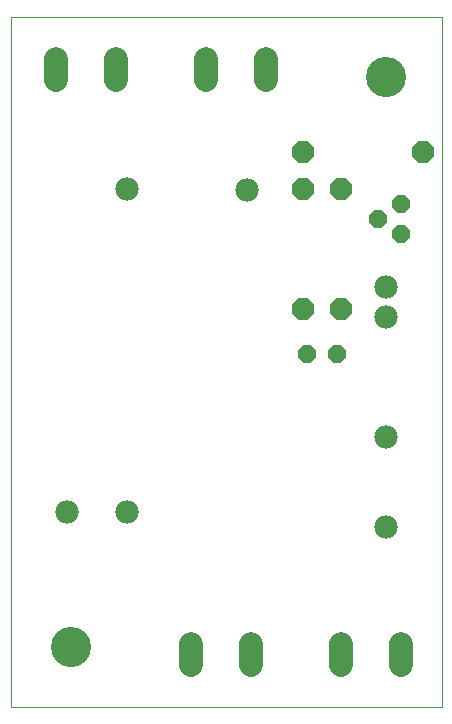
<source format=gts>
G75*
%MOIN*%
%OFA0B0*%
%FSLAX25Y25*%
%IPPOS*%
%LPD*%
%AMOC8*
5,1,8,0,0,1.08239X$1,22.5*
%
%ADD10C,0.00000*%
%ADD11C,0.07850*%
%ADD12C,0.07800*%
%ADD13OC8,0.06000*%
%ADD14C,0.13398*%
%ADD15OC8,0.07400*%
D10*
X0006800Y0001000D02*
X0006800Y0230961D01*
X0150501Y0230961D01*
X0150501Y0001000D01*
X0006800Y0001000D01*
X0020501Y0021000D02*
X0020503Y0021158D01*
X0020509Y0021316D01*
X0020519Y0021474D01*
X0020533Y0021632D01*
X0020551Y0021789D01*
X0020572Y0021946D01*
X0020598Y0022102D01*
X0020628Y0022258D01*
X0020661Y0022413D01*
X0020699Y0022566D01*
X0020740Y0022719D01*
X0020785Y0022871D01*
X0020834Y0023022D01*
X0020887Y0023171D01*
X0020943Y0023319D01*
X0021003Y0023465D01*
X0021067Y0023610D01*
X0021135Y0023753D01*
X0021206Y0023895D01*
X0021280Y0024035D01*
X0021358Y0024172D01*
X0021440Y0024308D01*
X0021524Y0024442D01*
X0021613Y0024573D01*
X0021704Y0024702D01*
X0021799Y0024829D01*
X0021896Y0024954D01*
X0021997Y0025076D01*
X0022101Y0025195D01*
X0022208Y0025312D01*
X0022318Y0025426D01*
X0022431Y0025537D01*
X0022546Y0025646D01*
X0022664Y0025751D01*
X0022785Y0025853D01*
X0022908Y0025953D01*
X0023034Y0026049D01*
X0023162Y0026142D01*
X0023292Y0026232D01*
X0023425Y0026318D01*
X0023560Y0026402D01*
X0023696Y0026481D01*
X0023835Y0026558D01*
X0023976Y0026630D01*
X0024118Y0026700D01*
X0024262Y0026765D01*
X0024408Y0026827D01*
X0024555Y0026885D01*
X0024704Y0026940D01*
X0024854Y0026991D01*
X0025005Y0027038D01*
X0025157Y0027081D01*
X0025310Y0027120D01*
X0025465Y0027156D01*
X0025620Y0027187D01*
X0025776Y0027215D01*
X0025932Y0027239D01*
X0026089Y0027259D01*
X0026247Y0027275D01*
X0026404Y0027287D01*
X0026563Y0027295D01*
X0026721Y0027299D01*
X0026879Y0027299D01*
X0027037Y0027295D01*
X0027196Y0027287D01*
X0027353Y0027275D01*
X0027511Y0027259D01*
X0027668Y0027239D01*
X0027824Y0027215D01*
X0027980Y0027187D01*
X0028135Y0027156D01*
X0028290Y0027120D01*
X0028443Y0027081D01*
X0028595Y0027038D01*
X0028746Y0026991D01*
X0028896Y0026940D01*
X0029045Y0026885D01*
X0029192Y0026827D01*
X0029338Y0026765D01*
X0029482Y0026700D01*
X0029624Y0026630D01*
X0029765Y0026558D01*
X0029904Y0026481D01*
X0030040Y0026402D01*
X0030175Y0026318D01*
X0030308Y0026232D01*
X0030438Y0026142D01*
X0030566Y0026049D01*
X0030692Y0025953D01*
X0030815Y0025853D01*
X0030936Y0025751D01*
X0031054Y0025646D01*
X0031169Y0025537D01*
X0031282Y0025426D01*
X0031392Y0025312D01*
X0031499Y0025195D01*
X0031603Y0025076D01*
X0031704Y0024954D01*
X0031801Y0024829D01*
X0031896Y0024702D01*
X0031987Y0024573D01*
X0032076Y0024442D01*
X0032160Y0024308D01*
X0032242Y0024172D01*
X0032320Y0024035D01*
X0032394Y0023895D01*
X0032465Y0023753D01*
X0032533Y0023610D01*
X0032597Y0023465D01*
X0032657Y0023319D01*
X0032713Y0023171D01*
X0032766Y0023022D01*
X0032815Y0022871D01*
X0032860Y0022719D01*
X0032901Y0022566D01*
X0032939Y0022413D01*
X0032972Y0022258D01*
X0033002Y0022102D01*
X0033028Y0021946D01*
X0033049Y0021789D01*
X0033067Y0021632D01*
X0033081Y0021474D01*
X0033091Y0021316D01*
X0033097Y0021158D01*
X0033099Y0021000D01*
X0033097Y0020842D01*
X0033091Y0020684D01*
X0033081Y0020526D01*
X0033067Y0020368D01*
X0033049Y0020211D01*
X0033028Y0020054D01*
X0033002Y0019898D01*
X0032972Y0019742D01*
X0032939Y0019587D01*
X0032901Y0019434D01*
X0032860Y0019281D01*
X0032815Y0019129D01*
X0032766Y0018978D01*
X0032713Y0018829D01*
X0032657Y0018681D01*
X0032597Y0018535D01*
X0032533Y0018390D01*
X0032465Y0018247D01*
X0032394Y0018105D01*
X0032320Y0017965D01*
X0032242Y0017828D01*
X0032160Y0017692D01*
X0032076Y0017558D01*
X0031987Y0017427D01*
X0031896Y0017298D01*
X0031801Y0017171D01*
X0031704Y0017046D01*
X0031603Y0016924D01*
X0031499Y0016805D01*
X0031392Y0016688D01*
X0031282Y0016574D01*
X0031169Y0016463D01*
X0031054Y0016354D01*
X0030936Y0016249D01*
X0030815Y0016147D01*
X0030692Y0016047D01*
X0030566Y0015951D01*
X0030438Y0015858D01*
X0030308Y0015768D01*
X0030175Y0015682D01*
X0030040Y0015598D01*
X0029904Y0015519D01*
X0029765Y0015442D01*
X0029624Y0015370D01*
X0029482Y0015300D01*
X0029338Y0015235D01*
X0029192Y0015173D01*
X0029045Y0015115D01*
X0028896Y0015060D01*
X0028746Y0015009D01*
X0028595Y0014962D01*
X0028443Y0014919D01*
X0028290Y0014880D01*
X0028135Y0014844D01*
X0027980Y0014813D01*
X0027824Y0014785D01*
X0027668Y0014761D01*
X0027511Y0014741D01*
X0027353Y0014725D01*
X0027196Y0014713D01*
X0027037Y0014705D01*
X0026879Y0014701D01*
X0026721Y0014701D01*
X0026563Y0014705D01*
X0026404Y0014713D01*
X0026247Y0014725D01*
X0026089Y0014741D01*
X0025932Y0014761D01*
X0025776Y0014785D01*
X0025620Y0014813D01*
X0025465Y0014844D01*
X0025310Y0014880D01*
X0025157Y0014919D01*
X0025005Y0014962D01*
X0024854Y0015009D01*
X0024704Y0015060D01*
X0024555Y0015115D01*
X0024408Y0015173D01*
X0024262Y0015235D01*
X0024118Y0015300D01*
X0023976Y0015370D01*
X0023835Y0015442D01*
X0023696Y0015519D01*
X0023560Y0015598D01*
X0023425Y0015682D01*
X0023292Y0015768D01*
X0023162Y0015858D01*
X0023034Y0015951D01*
X0022908Y0016047D01*
X0022785Y0016147D01*
X0022664Y0016249D01*
X0022546Y0016354D01*
X0022431Y0016463D01*
X0022318Y0016574D01*
X0022208Y0016688D01*
X0022101Y0016805D01*
X0021997Y0016924D01*
X0021896Y0017046D01*
X0021799Y0017171D01*
X0021704Y0017298D01*
X0021613Y0017427D01*
X0021524Y0017558D01*
X0021440Y0017692D01*
X0021358Y0017828D01*
X0021280Y0017965D01*
X0021206Y0018105D01*
X0021135Y0018247D01*
X0021067Y0018390D01*
X0021003Y0018535D01*
X0020943Y0018681D01*
X0020887Y0018829D01*
X0020834Y0018978D01*
X0020785Y0019129D01*
X0020740Y0019281D01*
X0020699Y0019434D01*
X0020661Y0019587D01*
X0020628Y0019742D01*
X0020598Y0019898D01*
X0020572Y0020054D01*
X0020551Y0020211D01*
X0020533Y0020368D01*
X0020519Y0020526D01*
X0020509Y0020684D01*
X0020503Y0020842D01*
X0020501Y0021000D01*
X0125501Y0211000D02*
X0125503Y0211158D01*
X0125509Y0211316D01*
X0125519Y0211474D01*
X0125533Y0211632D01*
X0125551Y0211789D01*
X0125572Y0211946D01*
X0125598Y0212102D01*
X0125628Y0212258D01*
X0125661Y0212413D01*
X0125699Y0212566D01*
X0125740Y0212719D01*
X0125785Y0212871D01*
X0125834Y0213022D01*
X0125887Y0213171D01*
X0125943Y0213319D01*
X0126003Y0213465D01*
X0126067Y0213610D01*
X0126135Y0213753D01*
X0126206Y0213895D01*
X0126280Y0214035D01*
X0126358Y0214172D01*
X0126440Y0214308D01*
X0126524Y0214442D01*
X0126613Y0214573D01*
X0126704Y0214702D01*
X0126799Y0214829D01*
X0126896Y0214954D01*
X0126997Y0215076D01*
X0127101Y0215195D01*
X0127208Y0215312D01*
X0127318Y0215426D01*
X0127431Y0215537D01*
X0127546Y0215646D01*
X0127664Y0215751D01*
X0127785Y0215853D01*
X0127908Y0215953D01*
X0128034Y0216049D01*
X0128162Y0216142D01*
X0128292Y0216232D01*
X0128425Y0216318D01*
X0128560Y0216402D01*
X0128696Y0216481D01*
X0128835Y0216558D01*
X0128976Y0216630D01*
X0129118Y0216700D01*
X0129262Y0216765D01*
X0129408Y0216827D01*
X0129555Y0216885D01*
X0129704Y0216940D01*
X0129854Y0216991D01*
X0130005Y0217038D01*
X0130157Y0217081D01*
X0130310Y0217120D01*
X0130465Y0217156D01*
X0130620Y0217187D01*
X0130776Y0217215D01*
X0130932Y0217239D01*
X0131089Y0217259D01*
X0131247Y0217275D01*
X0131404Y0217287D01*
X0131563Y0217295D01*
X0131721Y0217299D01*
X0131879Y0217299D01*
X0132037Y0217295D01*
X0132196Y0217287D01*
X0132353Y0217275D01*
X0132511Y0217259D01*
X0132668Y0217239D01*
X0132824Y0217215D01*
X0132980Y0217187D01*
X0133135Y0217156D01*
X0133290Y0217120D01*
X0133443Y0217081D01*
X0133595Y0217038D01*
X0133746Y0216991D01*
X0133896Y0216940D01*
X0134045Y0216885D01*
X0134192Y0216827D01*
X0134338Y0216765D01*
X0134482Y0216700D01*
X0134624Y0216630D01*
X0134765Y0216558D01*
X0134904Y0216481D01*
X0135040Y0216402D01*
X0135175Y0216318D01*
X0135308Y0216232D01*
X0135438Y0216142D01*
X0135566Y0216049D01*
X0135692Y0215953D01*
X0135815Y0215853D01*
X0135936Y0215751D01*
X0136054Y0215646D01*
X0136169Y0215537D01*
X0136282Y0215426D01*
X0136392Y0215312D01*
X0136499Y0215195D01*
X0136603Y0215076D01*
X0136704Y0214954D01*
X0136801Y0214829D01*
X0136896Y0214702D01*
X0136987Y0214573D01*
X0137076Y0214442D01*
X0137160Y0214308D01*
X0137242Y0214172D01*
X0137320Y0214035D01*
X0137394Y0213895D01*
X0137465Y0213753D01*
X0137533Y0213610D01*
X0137597Y0213465D01*
X0137657Y0213319D01*
X0137713Y0213171D01*
X0137766Y0213022D01*
X0137815Y0212871D01*
X0137860Y0212719D01*
X0137901Y0212566D01*
X0137939Y0212413D01*
X0137972Y0212258D01*
X0138002Y0212102D01*
X0138028Y0211946D01*
X0138049Y0211789D01*
X0138067Y0211632D01*
X0138081Y0211474D01*
X0138091Y0211316D01*
X0138097Y0211158D01*
X0138099Y0211000D01*
X0138097Y0210842D01*
X0138091Y0210684D01*
X0138081Y0210526D01*
X0138067Y0210368D01*
X0138049Y0210211D01*
X0138028Y0210054D01*
X0138002Y0209898D01*
X0137972Y0209742D01*
X0137939Y0209587D01*
X0137901Y0209434D01*
X0137860Y0209281D01*
X0137815Y0209129D01*
X0137766Y0208978D01*
X0137713Y0208829D01*
X0137657Y0208681D01*
X0137597Y0208535D01*
X0137533Y0208390D01*
X0137465Y0208247D01*
X0137394Y0208105D01*
X0137320Y0207965D01*
X0137242Y0207828D01*
X0137160Y0207692D01*
X0137076Y0207558D01*
X0136987Y0207427D01*
X0136896Y0207298D01*
X0136801Y0207171D01*
X0136704Y0207046D01*
X0136603Y0206924D01*
X0136499Y0206805D01*
X0136392Y0206688D01*
X0136282Y0206574D01*
X0136169Y0206463D01*
X0136054Y0206354D01*
X0135936Y0206249D01*
X0135815Y0206147D01*
X0135692Y0206047D01*
X0135566Y0205951D01*
X0135438Y0205858D01*
X0135308Y0205768D01*
X0135175Y0205682D01*
X0135040Y0205598D01*
X0134904Y0205519D01*
X0134765Y0205442D01*
X0134624Y0205370D01*
X0134482Y0205300D01*
X0134338Y0205235D01*
X0134192Y0205173D01*
X0134045Y0205115D01*
X0133896Y0205060D01*
X0133746Y0205009D01*
X0133595Y0204962D01*
X0133443Y0204919D01*
X0133290Y0204880D01*
X0133135Y0204844D01*
X0132980Y0204813D01*
X0132824Y0204785D01*
X0132668Y0204761D01*
X0132511Y0204741D01*
X0132353Y0204725D01*
X0132196Y0204713D01*
X0132037Y0204705D01*
X0131879Y0204701D01*
X0131721Y0204701D01*
X0131563Y0204705D01*
X0131404Y0204713D01*
X0131247Y0204725D01*
X0131089Y0204741D01*
X0130932Y0204761D01*
X0130776Y0204785D01*
X0130620Y0204813D01*
X0130465Y0204844D01*
X0130310Y0204880D01*
X0130157Y0204919D01*
X0130005Y0204962D01*
X0129854Y0205009D01*
X0129704Y0205060D01*
X0129555Y0205115D01*
X0129408Y0205173D01*
X0129262Y0205235D01*
X0129118Y0205300D01*
X0128976Y0205370D01*
X0128835Y0205442D01*
X0128696Y0205519D01*
X0128560Y0205598D01*
X0128425Y0205682D01*
X0128292Y0205768D01*
X0128162Y0205858D01*
X0128034Y0205951D01*
X0127908Y0206047D01*
X0127785Y0206147D01*
X0127664Y0206249D01*
X0127546Y0206354D01*
X0127431Y0206463D01*
X0127318Y0206574D01*
X0127208Y0206688D01*
X0127101Y0206805D01*
X0126997Y0206924D01*
X0126896Y0207046D01*
X0126799Y0207171D01*
X0126704Y0207298D01*
X0126613Y0207427D01*
X0126524Y0207558D01*
X0126440Y0207692D01*
X0126358Y0207828D01*
X0126280Y0207965D01*
X0126206Y0208105D01*
X0126135Y0208247D01*
X0126067Y0208390D01*
X0126003Y0208535D01*
X0125943Y0208681D01*
X0125887Y0208829D01*
X0125834Y0208978D01*
X0125785Y0209129D01*
X0125740Y0209281D01*
X0125699Y0209434D01*
X0125661Y0209587D01*
X0125628Y0209742D01*
X0125598Y0209898D01*
X0125572Y0210054D01*
X0125551Y0210211D01*
X0125533Y0210368D01*
X0125519Y0210526D01*
X0125509Y0210684D01*
X0125503Y0210842D01*
X0125501Y0211000D01*
D11*
X0091800Y0209975D02*
X0091800Y0217025D01*
X0071800Y0217025D02*
X0071800Y0209975D01*
X0041800Y0209975D02*
X0041800Y0217025D01*
X0021800Y0217025D02*
X0021800Y0209975D01*
X0066800Y0022025D02*
X0066800Y0014975D01*
X0086800Y0014975D02*
X0086800Y0022025D01*
X0116800Y0022025D02*
X0116800Y0014975D01*
X0136800Y0014975D02*
X0136800Y0022025D01*
D12*
X0131800Y0061000D03*
X0131800Y0091000D03*
X0131800Y0131000D03*
X0131800Y0141000D03*
X0085402Y0173205D03*
X0045402Y0173717D03*
X0045402Y0066000D03*
X0025402Y0066000D03*
D13*
X0105550Y0118500D03*
X0115550Y0118500D03*
X0136800Y0158500D03*
X0136800Y0168500D03*
X0129300Y0163500D03*
D14*
X0131800Y0211000D03*
X0026800Y0021000D03*
D15*
X0104300Y0133500D03*
X0116800Y0133500D03*
X0116800Y0173500D03*
X0104300Y0173500D03*
X0104300Y0186000D03*
X0144300Y0186000D03*
M02*

</source>
